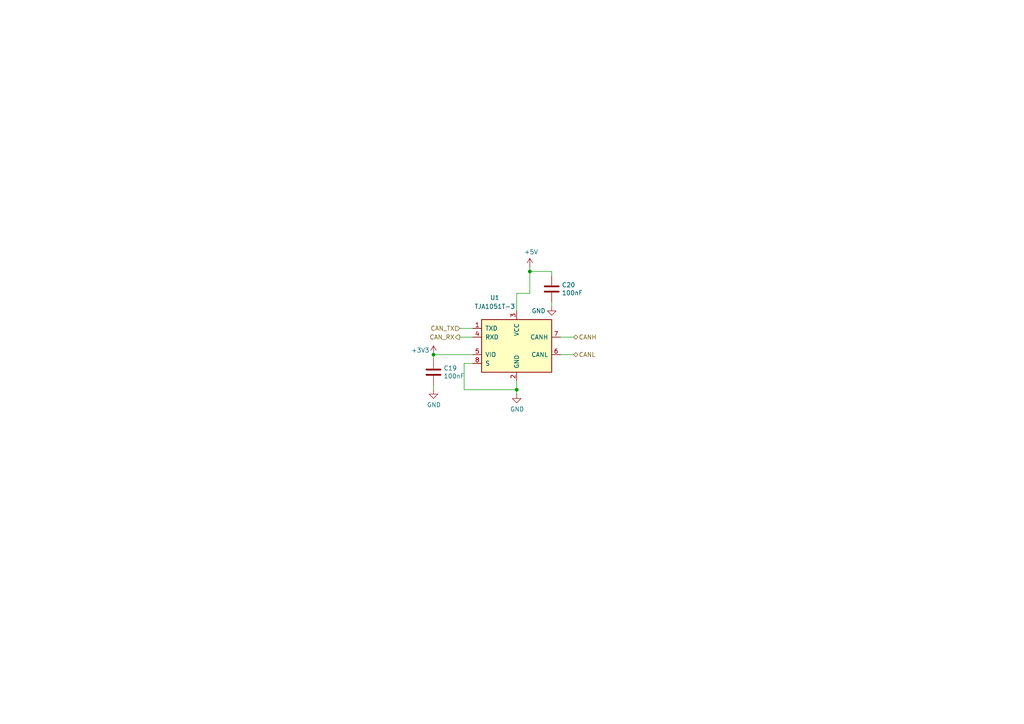
<source format=kicad_sch>
(kicad_sch (version 20250114) (generator "eeschema") (generator_version "9.0")
  (paper "A4")
  (lib_symbols
    (symbol "Device:C" (pin_numbers (hide yes)) (pin_names (offset 0.254))
      (property "Reference" "C" (at 0.635 2.54 0))
      (property "Value" "C" (at 0.635 -2.54 0))
      (symbol "C_0_1"
        (polyline (pts (xy -2.032 0.762) (xy 2.032 0.762)) (stroke (width 0.508)))
        (polyline (pts (xy -2.032 -0.762) (xy 2.032 -0.762)) (stroke (width 0.508)))
      )
      (symbol "C_1_1"
        (pin passive line (at 0 3.81 270) (length 2.794) (name "~") (number "1"))
        (pin passive line (at 0 -3.81 90) (length 2.794) (name "~") (number "2"))
      )
    )
    (symbol "Interface_CAN_LIN:TJA1051T-3" (pin_names (offset 1.016))
      (property "Reference" "U" (at -10.16 8.89 0))
      (property "Value" "TJA1051T-3" (at 1.27 8.89 0))
      (symbol "TJA1051T-3_0_1"
        (rectangle (start -10.16 7.62) (end 10.16 -7.62) (stroke (width 0.254)) (fill (type background)))
      )
      (symbol "TJA1051T-3_1_1"
        (pin input line (at -12.7 5.08 0) (length 2.54) (name "TXD") (number "1"))
        (pin output line (at -12.7 2.54 0) (length 2.54) (name "RXD") (number "4"))
        (pin power_in line (at -12.7 -2.54 0) (length 2.54) (name "VIO") (number "5"))
        (pin input line (at -12.7 -5.08 0) (length 2.54) (name "S") (number "8"))
        (pin power_in line (at 0 10.16 270) (length 2.54) (name "VCC") (number "3"))
        (pin power_in line (at 0 -10.16 90) (length 2.54) (name "GND") (number "2"))
        (pin bidirectional line (at 12.7 2.54 180) (length 2.54) (name "CANH") (number "7"))
        (pin bidirectional line (at 12.7 -2.54 180) (length 2.54) (name "CANL") (number "6"))
      )
    )
    (symbol "power:+3.3V" (power) (pin_names (offset 0))
      (property "Value" "+3.3V" (at 0 3.556 0))
      (symbol "+3.3V_0_1"
        (polyline (pts (xy -0.762 1.27) (xy 0 2.54)))
        (polyline (pts (xy 0 2.54) (xy 0.762 1.27)))
        (polyline (pts (xy 0 0) (xy 0 2.54)))
      )
      (symbol "+3.3V_1_1"
        (pin power_in line (at 0 0 90) (length 0) (hide yes) (name "+3V3") (number "1"))
      )
    )
    (symbol "power:+5V" (power) (pin_names (offset 0))
      (property "Value" "+5V" (at 0 3.556 0))
      (symbol "+5V_0_1"
        (polyline (pts (xy -0.762 1.27) (xy 0 2.54)))
        (polyline (pts (xy 0 2.54) (xy 0.762 1.27)))
        (polyline (pts (xy 0 0) (xy 0 2.54)))
      )
      (symbol "+5V_1_1"
        (pin power_in line (at 0 0 90) (length 0) (hide yes) (name "+5V") (number "1"))
      )
    )
    (symbol "power:GND" (power) (pin_names (offset 0))
      (property "Value" "GND" (at 0 -3.81 0))
      (symbol "GND_0_1"
        (polyline (pts (xy 0 0) (xy 0 -1.27) (xy 1.27 -1.27) (xy 0 -2.54) (xy -1.27 -1.27) (xy 0 -1.27)))
      )
      (symbol "GND_1_1"
        (pin power_in line (at 0 0 270) (length 0) (hide yes) (name "GND") (number "1"))
      )
    )
  )
  (junction (at 149.86 113.03))
  (junction (at 153.67 78.74))
  (junction (at 125.73 102.87))
  (wire (pts (xy 149.86 110.49) (xy 149.86 113.03)))
  (wire (pts (xy 137.16 95.25) (xy 133.35 95.25)))
  (wire (pts (xy 125.73 102.87) (xy 137.16 102.87)))
  (wire (pts (xy 153.67 77.47) (xy 153.67 78.74)))
  (wire (pts (xy 160.02 78.74) (xy 153.67 78.74)))
  (wire (pts (xy 137.16 105.41) (xy 134.62 105.41)))
  (wire (pts (xy 162.56 102.87) (xy 166.37 102.87)))
  (wire (pts (xy 149.86 113.03) (xy 149.86 114.3)))
  (wire (pts (xy 125.73 111.76) (xy 125.73 113.03)))
  (wire (pts (xy 162.56 97.79) (xy 166.37 97.79)))
  (wire (pts (xy 125.73 104.14) (xy 125.73 102.87)))
  (wire (pts (xy 134.62 113.03) (xy 149.86 113.03)))
  (wire (pts (xy 153.67 85.09) (xy 149.86 85.09)))
  (wire (pts (xy 149.86 85.09) (xy 149.86 90.17)))
  (wire (pts (xy 160.02 80.01) (xy 160.02 78.74)))
  (wire (pts (xy 153.67 78.74) (xy 153.67 85.09)))
  (wire (pts (xy 160.02 87.63) (xy 160.02 88.9)))
  (wire (pts (xy 137.16 97.79) (xy 133.35 97.79)))
  (wire (pts (xy 134.62 105.41) (xy 134.62 113.03)))
  (hierarchical_label "CAN_RX" (shape output) (at 133.35 97.79 180))
  (hierarchical_label "CAN_TX" (shape input) (at 133.35 95.25 180))
  (hierarchical_label "CANH" (shape bidirectional) (at 166.37 97.79 0))
  (hierarchical_label "CANL" (shape bidirectional) (at 166.37 102.87 0))
  (symbol (lib_id "Device:C") (at 125.73 107.95 0) (unit 1)
    (property "Reference" "C19" (at 128.651 106.7816 0) (effects (justify left)))
    (property "Value" "100nF" (at 128.651 109.093 0) (effects (justify left)))
    (property "Footprint" "Capacitor_SMD:C_0603_1608Metric" (effects (hide yes)))
    (property "LCSC" "C14663" (effects (hide yes)))
    (instances (project "" (path "" (reference "C19") (unit 1)) (path "" (reference "C91") (unit 1))))
  )
  (symbol (lib_id "Interface_CAN_LIN:TJA1051T-3") (at 149.86 100.33 0) (unit 1)
    (property "Reference" "U1" (at 143.51 86.36 0))
    (property "Value" "TJA1051T-3" (at 143.51 88.9 0))
    (property "Footprint" "Package_SO:SOIC-8_3.9x4.9mm_P1.27mm" (effects (hide yes)))
    (property "Datasheet" "http://www.nxp.com/documents/data_sheet/TJA1051.pdf" (effects (hide yes)))
    (property "LCSC" "C38695" (effects (hide yes)))
    (instances (project "" (path "" (reference "U1") (unit 1)) (path "" (reference "U19") (unit 1))))
  )
  (symbol (lib_id "power:GND") (at 125.73 113.03 0) (unit 1)
    (property "Reference" "#PWR017" (effects (hide yes)))
    (property "Value" "GND" (at 125.857 117.4242 0))
    (instances (project "" (path "" (reference "#PWR017") (unit 1)) (path "" (reference "#PWR0207") (unit 1))))
  )
  (symbol (lib_id "power:GND") (at 160.02 88.9 0) (unit 1)
    (property "Reference" "#PWR020" (effects (hide yes)))
    (property "Value" "GND" (at 156.21 90.17 0))
    (instances (project "" (path "" (reference "#PWR020") (unit 1)) (path "" (reference "#PWR0208") (unit 1))))
  )
  (symbol (lib_id "power:+3.3V") (at 125.73 102.87 0) (unit 1)
    (property "Reference" "#PWR016" (effects (hide yes)))
    (property "Value" "+3V3" (at 121.92 101.6 0))
    (instances (project "" (path "" (reference "#PWR016") (unit 1)) (path "" (reference "#PWR0211") (unit 1))))
  )
  (symbol (lib_id "power:+5V") (at 153.67 77.47 0) (unit 1)
    (property "Reference" "#PWR019" (effects (hide yes)))
    (property "Value" "+5V" (at 154.051 73.0758 0))
    (instances (project "" (path "" (reference "#PWR019") (unit 1)) (path "" (reference "#PWR0210") (unit 1))))
  )
  (symbol (lib_id "Device:C") (at 160.02 83.82 0) (unit 1)
    (property "Reference" "C20" (at 162.941 82.6516 0) (effects (justify left)))
    (property "Value" "100nF" (at 162.941 84.963 0) (effects (justify left)))
    (property "Footprint" "Capacitor_SMD:C_0603_1608Metric" (effects (hide yes)))
    (property "LCSC" "C14663" (effects (hide yes)))
    (instances (project "" (path "" (reference "C20") (unit 1)) (path "" (reference "C92") (unit 1))))
  )
  (symbol (lib_id "power:GND") (at 149.86 114.3 0) (unit 1)
    (property "Reference" "#PWR018" (effects (hide yes)))
    (property "Value" "GND" (at 149.987 118.6942 0))
    (instances (project "" (path "" (reference "#PWR018") (unit 1)) (path "" (reference "#PWR0209") (unit 1))))
  )
)
</source>
